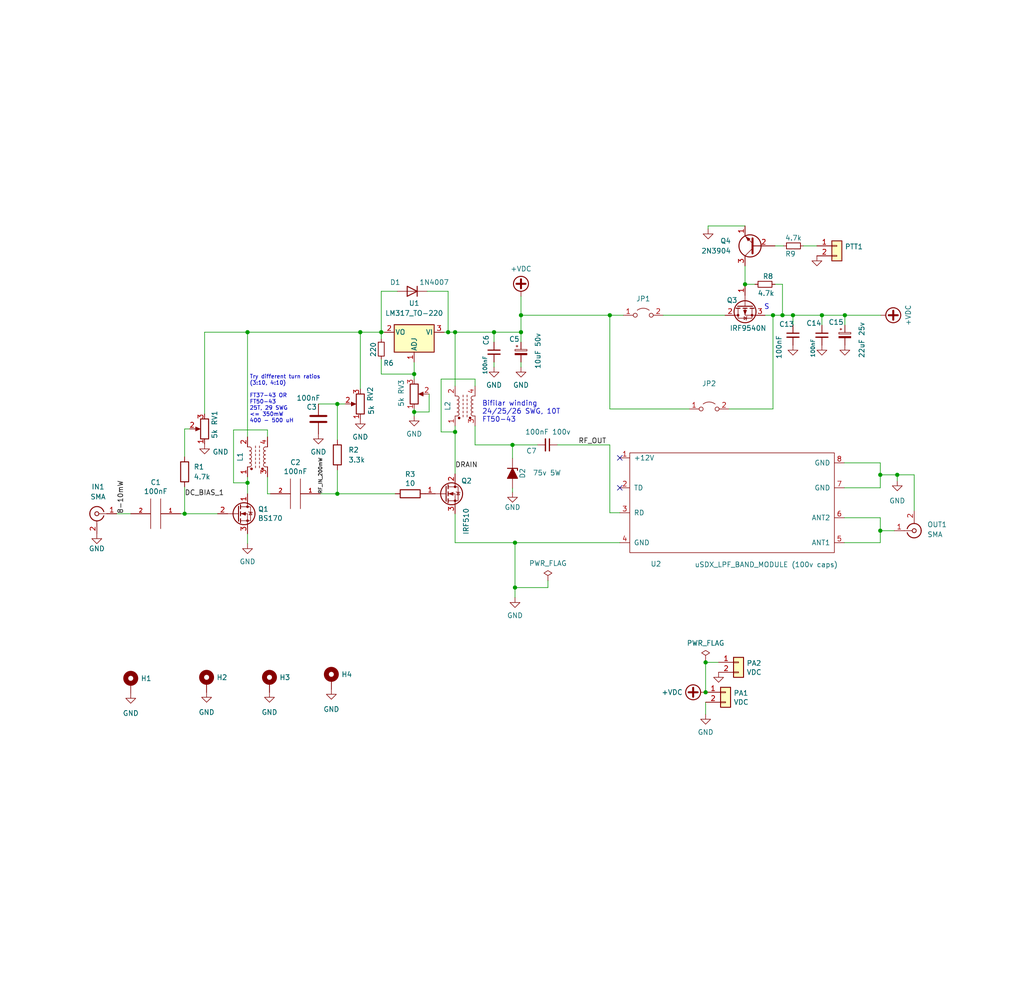
<source format=kicad_sch>
(kicad_sch (version 20211123) (generator eeschema)
  (paper "User" 260.629 250.012)
  (title_block (title "Easy-PA-With-Pluggable-LPF") (date "2022-09-28") (rev "v6.0") (company "Author: Dhiru Kholia (VU3CER)") (comment 1 "Designed for https://github.com/kholia/Easy-Digital-Beacons-v1 project") (comment 2 "Motivation: We need usable power on the 15m band!") (comment 3 "Uses ideas and support from G0UPL (QRP Labs), VU3SXT, VU2ASH, VU2SPF, AC7LX, PY2OHH") (comment 4 "Robust Class-D Single-ended \"5W+\" IRF510 powered HF PA"))
  (lib_symbols
    (symbol "Connector:Conn_Coaxial" (pin_names (offset 1.016) hide)
      (property "Reference" "J" (at 0.254 3.048 0))
      (property "Value" "Conn_Coaxial" (at 2.921 0 90))
      (symbol "Conn_Coaxial_0_1"
        (arc (start -1.778 -0.508) (mid 0.222 -1.808) (end 1.778 0) (stroke (width 0.254)))
        (polyline (pts (xy -2.54 0) (xy -0.508 0)))
        (polyline (pts (xy 0 -2.54) (xy 0 -1.778)))
        (circle (center 0 0) (radius 0.508) (stroke (width 0.2032)))
        (arc (start 1.778 0) (mid 0.222 1.8083) (end -1.778 0.508) (stroke (width 0.254)))
      )
      (symbol "Conn_Coaxial_1_1"
        (pin passive line (at -5.08 0 0) (length 2.54) (name "In") (number "1"))
        (pin passive line (at 0 -5.08 90) (length 2.54) (name "Ext") (number "2"))
      )
    )
    (symbol "Connector_Generic:Conn_01x02" (pin_names (offset 1.016) hide)
      (property "Reference" "J" (at 0 2.54 0))
      (property "Value" "Conn_01x02" (at 0 -5.08 0))
      (symbol "Conn_01x02_1_1"
        (rectangle (start -1.27 -2.413) (end 0 -2.667) (stroke (width 0.1524)))
        (rectangle (start -1.27 0.127) (end 0 -0.127) (stroke (width 0.1524)))
        (rectangle (start -1.27 1.27) (end 1.27 -3.81) (stroke (width 0.254)) (fill (type background)))
        (pin passive line (at -5.08 0 0) (length 3.81) (name "Pin_1") (number "1"))
        (pin passive line (at -5.08 -2.54 0) (length 3.81) (name "Pin_2") (number "2"))
      )
    )
    (symbol "Device:C" (pin_numbers hide) (pin_names (offset 0.254))
      (property "Reference" "C" (at 0.635 2.54 0))
      (property "Value" "C" (at 0.635 -2.54 0))
      (symbol "C_0_1"
        (polyline (pts (xy -2.032 -0.762) (xy 2.032 -0.762)) (stroke (width 0.508)))
        (polyline (pts (xy -2.032 0.762) (xy 2.032 0.762)) (stroke (width 0.508)))
      )
      (symbol "C_1_1"
        (pin passive line (at 0 3.81 270) (length 2.794) (name "~") (number "1"))
        (pin passive line (at 0 -3.81 90) (length 2.794) (name "~") (number "2"))
      )
    )
    (symbol "Device:C_Polarized_Small" (pin_numbers hide) (pin_names (offset 0.254) hide)
      (property "Reference" "C" (at 0.254 1.778 0))
      (property "Value" "C_Polarized_Small" (at 0.254 -2.032 0))
      (symbol "C_Polarized_Small_0_1"
        (rectangle (start -1.524 -0.3048) (end 1.524 -0.6858) (fill (type outline)))
        (rectangle (start -1.524 0.6858) (end 1.524 0.3048))
        (polyline (pts (xy -1.27 1.524) (xy -0.762 1.524)))
        (polyline (pts (xy -1.016 1.27) (xy -1.016 1.778)))
      )
      (symbol "C_Polarized_Small_1_1"
        (pin passive line (at 0 2.54 270) (length 1.8542) (name "~") (number "1"))
        (pin passive line (at 0 -2.54 90) (length 1.8542) (name "~") (number "2"))
      )
    )
    (symbol "Device:C_Small" (pin_numbers hide) (pin_names (offset 0.254) hide)
      (property "Reference" "C" (at 0.254 1.778 0))
      (property "Value" "C_Small" (at 0.254 -2.032 0))
      (symbol "C_Small_0_1"
        (polyline (pts (xy -1.524 -0.508) (xy 1.524 -0.508)) (stroke (width 0.3302)))
        (polyline (pts (xy -1.524 0.508) (xy 1.524 0.508)) (stroke (width 0.3048)))
      )
      (symbol "C_Small_1_1"
        (pin passive line (at 0 2.54 270) (length 2.032) (name "~") (number "1"))
        (pin passive line (at 0 -2.54 90) (length 2.032) (name "~") (number "2"))
      )
    )
    (symbol "Device:D_Zener_Filled" (pin_numbers hide) (pin_names (offset 1.016) hide)
      (property "Reference" "D" (at 0 2.54 0))
      (property "Value" "D_Zener_Filled" (at 0 -2.54 0))
      (symbol "D_Zener_Filled_0_1"
        (polyline (pts (xy 1.27 0) (xy -1.27 0)))
        (polyline (pts (xy -1.27 -1.27) (xy -1.27 1.27) (xy -0.762 1.27)) (stroke (width 0.254)))
        (polyline (pts (xy 1.27 -1.27) (xy 1.27 1.27) (xy -1.27 0) (xy 1.27 -1.27)) (stroke (width 0.254)) (fill (type outline)))
      )
      (symbol "D_Zener_Filled_1_1"
        (pin passive line (at -3.81 0 0) (length 2.54) (name "K") (number "1"))
        (pin passive line (at 3.81 0 180) (length 2.54) (name "A") (number "2"))
      )
    )
    (symbol "Device:L_Ferrite_Coupled" (pin_names (offset 0.254) hide)
      (property "Reference" "L" (at 0 4.445 0))
      (property "Value" "L_Ferrite_Coupled" (at 0 -4.445 0))
      (symbol "L_Ferrite_Coupled_0_1"
        (circle (center -3.048 -1.27) (radius 0.254) (fill (type outline)))
        (circle (center -3.048 1.524) (radius 0.254) (fill (type outline)))
        (arc (start -2.54 2.032) (mid -2.032 1.524) (end -1.524 2.032))
        (arc (start -1.524 -2.032) (mid -2.032 -1.524) (end -2.54 -2.032))
        (arc (start -1.524 2.032) (mid -1.016 1.524) (end -0.508 2.032))
        (arc (start -0.508 -2.032) (mid -1.016 -1.524) (end -1.524 -2.032))
        (arc (start -0.508 2.032) (mid 0 1.524) (end 0.508 2.032))
        (polyline (pts (xy -2.794 -0.508) (xy -2.286 -0.508)))
        (polyline (pts (xy -2.794 0.508) (xy -2.286 0.508)))
        (polyline (pts (xy -2.54 -2.032) (xy -2.54 -2.54)))
        (polyline (pts (xy -2.54 2.032) (xy -2.54 2.54)))
        (polyline (pts (xy -1.778 -0.508) (xy -1.27 -0.508)))
        (polyline (pts (xy -1.778 0.508) (xy -1.27 0.508)))
        (polyline (pts (xy -0.762 -0.508) (xy -0.254 -0.508)))
        (polyline (pts (xy -0.762 0.508) (xy -0.254 0.508)))
        (polyline (pts (xy 0.254 -0.508) (xy 0.762 -0.508)))
        (polyline (pts (xy 0.254 0.508) (xy 0.762 0.508)))
        (polyline (pts (xy 1.27 -0.508) (xy 1.778 -0.508)))
        (polyline (pts (xy 1.27 0.508) (xy 1.778 0.508)))
        (polyline (pts (xy 2.286 -0.508) (xy 2.794 -0.508)))
        (polyline (pts (xy 2.286 0.508) (xy 2.794 0.508)))
        (polyline (pts (xy 2.54 -2.032) (xy 2.54 -2.54)))
        (polyline (pts (xy 2.54 2.54) (xy 2.54 2.032)))
        (arc (start 0.508 -2.032) (mid 0 -1.524) (end -0.508 -2.032))
        (arc (start 0.508 2.032) (mid 1.016 1.524) (end 1.524 2.032))
        (arc (start 1.524 -2.032) (mid 1.016 -1.524) (end 0.508 -2.032))
        (arc (start 1.524 2.032) (mid 2.032 1.524) (end 2.54 2.032))
        (arc (start 2.54 -2.032) (mid 2.032 -1.524) (end 1.524 -2.032))
      )
      (symbol "L_Ferrite_Coupled_1_1"
        (pin passive line (at -5.08 2.54 0) (length 2.54) (name "1") (number "1"))
        (pin passive line (at 5.08 2.54 180) (length 2.54) (name "2") (number "2"))
        (pin passive line (at -5.08 -2.54 0) (length 2.54) (name "3") (number "3"))
        (pin passive line (at 5.08 -2.54 180) (length 2.54) (name "4") (number "4"))
      )
    )
    (symbol "Device:R" (pin_numbers hide) (pin_names (offset 0))
      (property "Reference" "R" (at 2.032 0 90))
      (property "Value" "R" (at 0 0 90))
      (symbol "R_0_1"
        (rectangle (start -1.016 -2.54) (end 1.016 2.54) (stroke (width 0.254)))
      )
      (symbol "R_1_1"
        (pin passive line (at 0 3.81 270) (length 1.27) (name "~") (number "1"))
        (pin passive line (at 0 -3.81 90) (length 1.27) (name "~") (number "2"))
      )
    )
    (symbol "Device:R_Potentiometer" (pin_names (offset 1.016) hide)
      (property "Reference" "RV" (at -4.445 0 90))
      (property "Value" "R_Potentiometer" (at -2.54 0 90))
      (symbol "R_Potentiometer_0_1"
        (polyline (pts (xy 2.54 0) (xy 1.524 0)))
        (polyline (pts (xy 1.143 0) (xy 2.286 0.508) (xy 2.286 -0.508) (xy 1.143 0)) (fill (type outline)))
        (rectangle (start 1.016 2.54) (end -1.016 -2.54) (stroke (width 0.254)))
      )
      (symbol "R_Potentiometer_1_1"
        (pin passive line (at 0 3.81 270) (length 1.27) (name "1") (number "1"))
        (pin passive line (at 3.81 0 180) (length 1.27) (name "2") (number "2"))
        (pin passive line (at 0 -3.81 90) (length 1.27) (name "3") (number "3"))
      )
    )
    (symbol "Device:R_Small" (pin_numbers hide) (pin_names (offset 0.254) hide)
      (property "Reference" "R" (at 0.762 0.508 0))
      (property "Value" "R_Small" (at 0.762 -1.016 0))
      (symbol "R_Small_0_1"
        (rectangle (start -0.762 1.778) (end 0.762 -1.778) (stroke (width 0.2032)))
      )
      (symbol "R_Small_1_1"
        (pin passive line (at 0 2.54 270) (length 0.762) (name "~") (number "1"))
        (pin passive line (at 0 -2.54 90) (length 0.762) (name "~") (number "2"))
      )
    )
    (symbol "Diode:1N4007" (pin_numbers hide) (pin_names (offset 1.016) hide)
      (property "Reference" "D" (at 0 2.54 0))
      (property "Value" "1N4007" (at 0 -2.54 0))
      (symbol "1N4007_0_1"
        (polyline (pts (xy -1.27 1.27) (xy -1.27 -1.27)) (stroke (width 0.254)))
        (polyline (pts (xy 1.27 0) (xy -1.27 0)))
        (polyline (pts (xy 1.27 1.27) (xy 1.27 -1.27) (xy -1.27 0) (xy 1.27 1.27)) (stroke (width 0.254)))
      )
      (symbol "1N4007_1_1"
        (pin passive line (at -3.81 0 0) (length 2.54) (name "K") (number "1"))
        (pin passive line (at 3.81 0 180) (length 2.54) (name "A") (number "2"))
      )
    )
    (symbol "Jumper:Jumper_2_Open" (pin_names (offset 0) hide)
      (property "Reference" "JP" (at 0 2.794 0))
      (property "Value" "Jumper_2_Open" (at 0 -2.286 0))
      (symbol "Jumper_2_Open_0_0"
        (circle (center -2.032 0) (radius 0.508))
        (circle (center 2.032 0) (radius 0.508))
      )
      (symbol "Jumper_2_Open_0_1"
        (arc (start 1.524 1.27) (mid 0 1.778) (end -1.524 1.27))
      )
      (symbol "Jumper_2_Open_1_1"
        (pin passive line (at -5.08 0 0) (length 2.54) (name "A") (number "1"))
        (pin passive line (at 5.08 0 180) (length 2.54) (name "B") (number "2"))
      )
    )
    (symbol "Mechanical:MountingHole_Pad" (pin_numbers hide) (pin_names (offset 1.016) hide)
      (property "Reference" "H" (at 0 6.35 0))
      (property "Value" "MountingHole_Pad" (at 0 4.445 0))
      (symbol "MountingHole_Pad_0_1"
        (circle (center 0 1.27) (radius 1.27) (stroke (width 1.27)))
      )
      (symbol "MountingHole_Pad_1_1"
        (pin input line (at 0 -2.54 90) (length 2.54) (name "1") (number "1"))
      )
    )
    (symbol "Regulator_Linear:LM317_TO-220" (pin_names (offset 0.254))
      (property "Reference" "U" (at -3.81 3.175 0))
      (property "Value" "LM317_TO-220" (at 0 3.175 0))
      (symbol "LM317_TO-220_0_1"
        (rectangle (start -5.08 1.905) (end 5.08 -5.08) (stroke (width 0.254)) (fill (type background)))
      )
      (symbol "LM317_TO-220_1_1"
        (pin input line (at 0 -7.62 90) (length 2.54) (name "ADJ") (number "1"))
        (pin power_out line (at 7.62 0 180) (length 2.54) (name "VO") (number "2"))
        (pin power_in line (at -7.62 0 0) (length 2.54) (name "VI") (number "3"))
      )
    )
    (symbol "Transistor_BJT:2N3904" (pin_names (offset 0) hide)
      (property "Reference" "Q" (at 5.08 1.905 0))
      (property "Value" "2N3904" (at 5.08 0 0))
      (symbol "2N3904_0_1"
        (polyline (pts (xy 0.635 0.635) (xy 2.54 2.54)))
        (polyline (pts (xy 0.635 -0.635) (xy 2.54 -2.54) (xy 2.54 -2.54)))
        (polyline (pts (xy 0.635 1.905) (xy 0.635 -1.905) (xy 0.635 -1.905)) (stroke (width 0.508)))
        (polyline (pts (xy 1.27 -1.778) (xy 1.778 -1.27) (xy 2.286 -2.286) (xy 1.27 -1.778) (xy 1.27 -1.778)) (fill (type outline)))
        (circle (center 1.27 0) (radius 2.8194) (stroke (width 0.254)))
      )
      (symbol "2N3904_1_1"
        (pin passive line (at 2.54 -5.08 90) (length 2.54) (name "E") (number "1"))
        (pin passive line (at -5.08 0 0) (length 5.715) (name "B") (number "2"))
        (pin passive line (at 2.54 5.08 270) (length 2.54) (name "C") (number "3"))
      )
    )
    (symbol "Transistor_FET:BS170" (pin_names hide)
      (property "Reference" "Q" (at 5.08 1.905 0))
      (property "Value" "BS170" (at 5.08 0 0))
      (symbol "BS170_0_1"
        (polyline (pts (xy 0.254 0) (xy -2.54 0)))
        (polyline (pts (xy 0.254 1.905) (xy 0.254 -1.905)) (stroke (width 0.254)))
        (polyline (pts (xy 0.762 -1.27) (xy 0.762 -2.286)) (stroke (width 0.254)))
        (polyline (pts (xy 0.762 0.508) (xy 0.762 -0.508)) (stroke (width 0.254)))
        (polyline (pts (xy 0.762 2.286) (xy 0.762 1.27)) (stroke (width 0.254)))
        (polyline (pts (xy 2.54 2.54) (xy 2.54 1.778)))
        (polyline (pts (xy 2.54 -2.54) (xy 2.54 0) (xy 0.762 0)))
        (polyline (pts (xy 0.762 -1.778) (xy 3.302 -1.778) (xy 3.302 1.778) (xy 0.762 1.778)))
        (polyline (pts (xy 1.016 0) (xy 2.032 0.381) (xy 2.032 -0.381) (xy 1.016 0)) (fill (type outline)))
        (polyline (pts (xy 2.794 0.508) (xy 2.921 0.381) (xy 3.683 0.381) (xy 3.81 0.254)))
        (polyline (pts (xy 3.302 0.381) (xy 2.921 -0.254) (xy 3.683 -0.254) (xy 3.302 0.381)))
        (circle (center 1.651 0) (radius 2.794) (stroke (width 0.254)))
        (circle (center 2.54 -1.778) (radius 0.254) (fill (type outline)))
        (circle (center 2.54 1.778) (radius 0.254) (fill (type outline)))
      )
      (symbol "BS170_1_1"
        (pin passive line (at 2.54 5.08 270) (length 2.54) (name "D") (number "1"))
        (pin input line (at -5.08 0 0) (length 2.54) (name "G") (number "2"))
        (pin passive line (at 2.54 -5.08 90) (length 2.54) (name "S") (number "3"))
      )
    )
    (symbol "Transistor_FET:IRF540N" (pin_names hide)
      (property "Reference" "Q" (at 6.35 1.905 0))
      (property "Value" "IRF540N" (at 6.35 0 0))
      (symbol "IRF540N_0_1"
        (polyline (pts (xy 0.254 0) (xy -2.54 0)))
        (polyline (pts (xy 0.254 1.905) (xy 0.254 -1.905)) (stroke (width 0.254)))
        (polyline (pts (xy 0.762 -1.27) (xy 0.762 -2.286)) (stroke (width 0.254)))
        (polyline (pts (xy 0.762 0.508) (xy 0.762 -0.508)) (stroke (width 0.254)))
        (polyline (pts (xy 0.762 2.286) (xy 0.762 1.27)) (stroke (width 0.254)))
        (polyline (pts (xy 2.54 2.54) (xy 2.54 1.778)))
        (polyline (pts (xy 2.54 -2.54) (xy 2.54 0) (xy 0.762 0)))
        (polyline (pts (xy 0.762 -1.778) (xy 3.302 -1.778) (xy 3.302 1.778) (xy 0.762 1.778)))
        (polyline (pts (xy 1.016 0) (xy 2.032 0.381) (xy 2.032 -0.381) (xy 1.016 0)) (fill (type outline)))
        (polyline (pts (xy 2.794 0.508) (xy 2.921 0.381) (xy 3.683 0.381) (xy 3.81 0.254)))
        (polyline (pts (xy 3.302 0.381) (xy 2.921 -0.254) (xy 3.683 -0.254) (xy 3.302 0.381)))
        (circle (center 1.651 0) (radius 2.794) (stroke (width 0.254)))
        (circle (center 2.54 -1.778) (radius 0.254) (fill (type outline)))
        (circle (center 2.54 1.778) (radius 0.254) (fill (type outline)))
      )
      (symbol "IRF540N_1_1"
        (pin input line (at -5.08 0 0) (length 2.54) (name "G") (number "1"))
        (pin passive line (at 2.54 5.08 270) (length 2.54) (name "D") (number "2"))
        (pin passive line (at 2.54 -5.08 90) (length 2.54) (name "S") (number "3"))
      )
    )
    (symbol "Transistor_FET:IRF9540N" (pin_names hide)
      (property "Reference" "Q" (at 5.08 1.905 0))
      (property "Value" "IRF9540N" (at 5.08 0 0))
      (symbol "IRF9540N_0_1"
        (polyline (pts (xy 0.254 0) (xy -2.54 0)))
        (polyline (pts (xy 0.254 1.905) (xy 0.254 -1.905)) (stroke (width 0.254)))
        (polyline (pts (xy 0.762 -1.27) (xy 0.762 -2.286)) (stroke (width 0.254)))
        (polyline (pts (xy 0.762 0.508) (xy 0.762 -0.508)) (stroke (width 0.254)))
        (polyline (pts (xy 0.762 2.286) (xy 0.762 1.27)) (stroke (width 0.254)))
        (polyline (pts (xy 2.54 2.54) (xy 2.54 1.778)))
        (polyline (pts (xy 2.54 -2.54) (xy 2.54 0) (xy 0.762 0)))
        (polyline (pts (xy 0.762 1.778) (xy 3.302 1.778) (xy 3.302 -1.778) (xy 0.762 -1.778)))
        (polyline (pts (xy 2.286 0) (xy 1.27 0.381) (xy 1.27 -0.381) (xy 2.286 0)) (fill (type outline)))
        (polyline (pts (xy 2.794 -0.508) (xy 2.921 -0.381) (xy 3.683 -0.381) (xy 3.81 -0.254)))
        (polyline (pts (xy 3.302 -0.381) (xy 2.921 0.254) (xy 3.683 0.254) (xy 3.302 -0.381)))
        (circle (center 1.651 0) (radius 2.794) (stroke (width 0.254)))
        (circle (center 2.54 -1.778) (radius 0.254) (fill (type outline)))
        (circle (center 2.54 1.778) (radius 0.254) (fill (type outline)))
      )
      (symbol "IRF9540N_1_1"
        (pin input line (at -5.08 0 0) (length 2.54) (name "G") (number "1"))
        (pin passive line (at 2.54 5.08 270) (length 2.54) (name "D") (number "2"))
        (pin passive line (at 2.54 -5.08 90) (length 2.54) (name "S") (number "3"))
      )
    )
    (symbol "power:+VDC" (power) (pin_names (offset 0))
      (property "Value" "+VDC" (at 0 6.35 0))
      (symbol "+VDC_0_1"
        (polyline (pts (xy -1.143 3.175) (xy 1.143 3.175)) (stroke (width 0.508)))
        (polyline (pts (xy 0 0) (xy 0 1.27)))
        (polyline (pts (xy 0 2.032) (xy 0 4.318)) (stroke (width 0.508)))
        (circle (center 0 3.175) (radius 1.905) (stroke (width 0.254)))
      )
      (symbol "+VDC_1_1"
        (pin power_in line (at 0 0 90) (length 0) hide (name "+VDC") (number "1"))
      )
    )
    (symbol "power:GND" (power) (pin_names (offset 0))
      (property "Value" "GND" (at 0 -3.81 0))
      (symbol "GND_0_1"
        (polyline (pts (xy 0 0) (xy 0 -1.27) (xy 1.27 -1.27) (xy 0 -2.54) (xy -1.27 -1.27) (xy 0 -1.27)))
      )
      (symbol "GND_1_1"
        (pin power_in line (at 0 0 270) (length 0) hide (name "GND") (number "1"))
      )
    )
    (symbol "power:PWR_FLAG" (power) (pin_numbers hide) (pin_names (offset 0) hide)
      (property "Value" "PWR_FLAG" (at 0 3.81 0))
      (symbol "PWR_FLAG_0_0"
        (pin power_out line (at 0 0 90) (length 0) (name "pwr") (number "1"))
      )
      (symbol "PWR_FLAG_0_1"
        (polyline (pts (xy 0 0) (xy 0 1.27) (xy -1.016 1.905) (xy 0 2.54) (xy 1.016 1.905) (xy 0 1.27)))
      )
    )
    (symbol "pspice:CAP" (pin_names (offset 0.254))
      (property "Reference" "C" (at 2.54 3.81 90))
      (property "Value" "CAP" (at 2.54 -3.81 90))
      (symbol "CAP_0_1"
        (polyline (pts (xy -3.81 -1.27) (xy 3.81 -1.27)))
        (polyline (pts (xy -3.81 1.27) (xy 3.81 1.27)))
      )
      (symbol "CAP_1_1"
        (pin passive line (at 0 6.35 270) (length 5.08) (name "~") (number "1"))
        (pin passive line (at 0 -6.35 90) (length 5.08) (name "~") (number "2"))
      )
    )
    (symbol "uSDX LPF BAND Module:uSDX_LPF_BAND_MODULE" (pin_names (offset 1.016))
      (property "Reference" "U" (at 0 5.08 0))
      (property "Value" "uSDX_LPF_BAND_MODULE" (at -1.27 1.27 0))
      (symbol "uSDX_LPF_BAND_MODULE_0_1"
        (polyline (pts (xy -25.4 12.7) (xy 25.4 12.7) (xy 25.4 -12.7) (xy -26.67 -12.7) (xy -26.67 12.7) (xy -25.4 12.7)))
      )
      (symbol "uSDX_LPF_BAND_MODULE_1_1"
        (pin input line (at 27.94 11.43 180) (length 2.54) (name "+12V") (number "1"))
        (pin input line (at 27.94 3.81 180) (length 2.54) (name "TD") (number "2"))
        (pin input line (at 27.94 -2.54 180) (length 2.54) (name "RD") (number "3"))
        (pin input line (at 27.94 -10.16 180) (length 2.54) (name "GND") (number "4"))
        (pin input line (at -29.21 -10.16 0) (length 2.54) (name "ANT1") (number "5"))
        (pin input line (at -29.21 -3.81 0) (length 2.54) (name "ANT2") (number "6"))
        (pin input line (at -29.21 3.81 0) (length 2.54) (name "GND") (number "7"))
        (pin input line (at -29.21 10.16 0) (length 2.54) (name "GND") (number "8"))
      )
    )
  )
  (junction (at 155.194 80.264))
  (junction (at 196.723 80.264))
  (junction (at 131.064 149.606))
  (junction (at 114.046 84.582))
  (junction (at 209.169 80.264))
  (junction (at 131.064 138.176))
  (junction (at 199.136 80.264))
  (junction (at 97.028 84.582))
  (junction (at 179.578 176.276))
  (junction (at 91.694 84.582))
  (junction (at 228.346 120.904))
  (junction (at 130.429 113.284))
  (junction (at 46.99 130.81))
  (junction (at 115.824 84.582))
  (junction (at 115.824 109.982))
  (junction (at 62.992 84.582))
  (junction (at 224.028 120.904))
  (junction (at 132.588 80.264))
  (junction (at 201.803 80.264))
  (junction (at 105.41 95.25))
  (junction (at 132.588 84.582))
  (junction (at 215.011 80.264))
  (junction (at 105.41 104.902))
  (junction (at 62.992 122.936))
  (junction (at 85.852 125.73))
  (junction (at 189.611 72.39))
  (junction (at 224.028 135.128))
  (junction (at 179.578 168.656))
  (junction (at 85.852 102.87))
  (junction (at 125.73 84.582))
  (no_connect (at 157.734 124.206))
  (no_connect (at 157.734 116.586))
  (wire (pts (xy 132.588 75.438) (xy 132.588 80.264)))
  (wire (pts (xy 97.028 84.582) (xy 97.028 86.36)))
  (wire (pts (xy 209.169 80.264) (xy 215.011 80.264)))
  (wire (pts (xy 68.072 121.412) (xy 68.072 125.73)))
  (wire (pts (xy 62.992 84.582) (xy 52.07 84.582)))
  (wire (pts (xy 62.992 122.936) (xy 59.436 122.936)))
  (wire (pts (xy 139.446 147.828) (xy 139.446 149.606)))
  (wire (pts (xy 115.824 109.982) (xy 115.824 108.458)))
  (wire (pts (xy 115.824 138.176) (xy 131.064 138.176)))
  (wire (pts (xy 115.824 109.982) (xy 115.824 120.65)))
  (wire (pts (xy 109.22 104.902) (xy 109.22 100.33)))
  (wire (pts (xy 85.852 102.87) (xy 85.852 112.014)))
  (wire (pts (xy 85.852 125.73) (xy 100.584 125.73)))
  (wire (pts (xy 115.824 138.176) (xy 115.824 130.81)))
  (wire (pts (xy 91.694 84.582) (xy 91.694 99.06)))
  (wire (pts (xy 224.028 138.176) (xy 224.028 135.128)))
  (wire (pts (xy 125.73 87.122) (xy 125.73 84.582)))
  (wire (pts (xy 189.611 72.39) (xy 192.151 72.39)))
  (wire (pts (xy 196.723 80.264) (xy 196.723 104.14)))
  (wire (pts (xy 215.011 80.264) (xy 215.011 82.804)))
  (wire (pts (xy 115.824 109.982) (xy 112.268 109.982)))
  (wire (pts (xy 179.578 168.656) (xy 179.578 176.276)))
  (wire (pts (xy 85.852 119.634) (xy 85.852 125.73)))
  (wire (pts (xy 114.046 74.168) (xy 114.046 84.582)))
  (wire (pts (xy 199.136 80.264) (xy 201.803 80.264)))
  (wire (pts (xy 201.803 82.804) (xy 201.803 80.264)))
  (wire (pts (xy 131.064 138.176) (xy 157.734 138.176)))
  (wire (pts (xy 132.588 84.582) (xy 125.73 84.582)))
  (wire (pts (xy 179.578 168.656) (xy 182.88 168.656)))
  (wire (pts (xy 180.213 58.293) (xy 180.213 57.531)))
  (wire (pts (xy 48.26 109.22) (xy 46.99 109.22)))
  (wire (pts (xy 228.346 120.904) (xy 232.664 120.904)))
  (wire (pts (xy 62.992 84.582) (xy 62.992 111.252)))
  (wire (pts (xy 62.992 125.73) (xy 62.992 122.936)))
  (wire (pts (xy 68.072 109.474) (xy 68.072 111.252)))
  (wire (pts (xy 59.436 122.936) (xy 59.436 109.474)))
  (wire (pts (xy 81.534 125.73) (xy 85.852 125.73)))
  (wire (pts (xy 120.904 108.458) (xy 120.904 113.284)))
  (wire (pts (xy 108.712 74.168) (xy 114.046 74.168)))
  (wire (pts (xy 130.429 113.284) (xy 136.779 113.284)))
  (wire (pts (xy 197.231 62.611) (xy 199.39 62.611)))
  (wire (pts (xy 105.41 104.902) (xy 109.22 104.902)))
  (wire (pts (xy 112.268 96.52) (xy 120.904 96.52)))
  (wire (pts (xy 214.884 124.206) (xy 224.028 124.206)))
  (wire (pts (xy 120.904 96.52) (xy 120.904 98.298)))
  (wire (pts (xy 189.611 72.644) (xy 189.611 72.39)))
  (wire (pts (xy 227.584 135.128) (xy 224.028 135.128)))
  (wire (pts (xy 224.028 135.128) (xy 224.028 131.826)))
  (wire (pts (xy 155.194 80.264) (xy 132.588 80.264)))
  (wire (pts (xy 224.028 117.856) (xy 224.028 120.904)))
  (wire (pts (xy 179.578 168.148) (xy 179.578 168.656)))
  (wire (pts (xy 62.992 84.582) (xy 91.694 84.582)))
  (wire (pts (xy 131.064 138.176) (xy 131.064 149.606)))
  (wire (pts (xy 97.028 84.582) (xy 97.79 84.582)))
  (wire (pts (xy 87.884 102.87) (xy 85.852 102.87)))
  (wire (pts (xy 204.47 62.611) (xy 207.899 62.611)))
  (wire (pts (xy 228.346 122.428) (xy 228.346 120.904)))
  (wire (pts (xy 155.194 104.14) (xy 175.387 104.14)))
  (wire (pts (xy 130.429 113.284) (xy 130.429 116.713)))
  (wire (pts (xy 214.884 117.856) (xy 224.028 117.856)))
  (wire (pts (xy 185.547 104.14) (xy 196.723 104.14)))
  (wire (pts (xy 112.268 109.982) (xy 112.268 96.52)))
  (wire (pts (xy 155.194 80.264) (xy 155.194 104.14)))
  (wire (pts (xy 132.588 84.582) (xy 132.588 87.122)))
  (wire (pts (xy 201.803 80.264) (xy 209.169 80.264)))
  (wire (pts (xy 179.578 181.864) (xy 179.578 178.816)))
  (wire (pts (xy 189.611 67.691) (xy 189.611 72.39)))
  (wire (pts (xy 131.064 149.606) (xy 131.064 152.146)))
  (wire (pts (xy 141.859 113.284) (xy 155.194 113.284)))
  (wire (pts (xy 132.588 92.202) (xy 132.588 93.472)))
  (wire (pts (xy 68.072 125.73) (xy 68.834 125.73)))
  (wire (pts (xy 62.992 121.412) (xy 62.992 122.936)))
  (wire (pts (xy 115.824 84.582) (xy 115.824 98.298)))
  (wire (pts (xy 97.028 74.168) (xy 97.028 84.582)))
  (wire (pts (xy 105.41 92.202) (xy 105.41 95.25)))
  (wire (pts (xy 46.99 123.952) (xy 46.99 130.81)))
  (wire (pts (xy 132.588 80.264) (xy 132.588 84.582)))
  (wire (pts (xy 168.783 80.264) (xy 184.531 80.264)))
  (wire (pts (xy 196.723 80.264) (xy 199.136 80.264)))
  (wire (pts (xy 46.99 109.22) (xy 46.99 116.332)))
  (wire (pts (xy 97.028 74.168) (xy 101.092 74.168)))
  (wire (pts (xy 224.155 80.264) (xy 215.011 80.264)))
  (wire (pts (xy 232.664 120.904) (xy 232.664 130.048)))
  (wire (pts (xy 214.884 138.176) (xy 224.028 138.176)))
  (wire (pts (xy 199.136 72.39) (xy 199.136 80.264)))
  (wire (pts (xy 105.41 95.25) (xy 105.41 96.52)))
  (wire (pts (xy 155.194 113.284) (xy 155.194 130.556)))
  (wire (pts (xy 194.691 80.264) (xy 196.723 80.264)))
  (wire (pts (xy 105.41 105.918) (xy 105.41 104.902)))
  (wire (pts (xy 130.429 125.349) (xy 130.429 124.333)))
  (wire (pts (xy 97.028 91.44) (xy 97.028 95.25)))
  (wire (pts (xy 113.03 84.582) (xy 114.046 84.582)))
  (wire (pts (xy 155.194 80.264) (xy 158.623 80.264)))
  (wire (pts (xy 125.73 92.202) (xy 125.73 93.472)))
  (wire (pts (xy 120.904 113.284) (xy 130.429 113.284)))
  (wire (pts (xy 45.974 130.81) (xy 46.99 130.81)))
  (wire (pts (xy 52.07 84.582) (xy 52.07 105.41)))
  (wire (pts (xy 62.992 135.89) (xy 62.992 138.43)))
  (wire (pts (xy 224.028 120.904) (xy 228.346 120.904)))
  (wire (pts (xy 115.824 84.582) (xy 125.73 84.582)))
  (wire (pts (xy 59.436 109.474) (xy 68.072 109.474)))
  (wire (pts (xy 214.884 131.826) (xy 224.028 131.826)))
  (wire (pts (xy 29.718 130.81) (xy 33.274 130.81)))
  (wire (pts (xy 180.213 57.531) (xy 189.611 57.531)))
  (wire (pts (xy 224.028 120.904) (xy 224.028 124.206)))
  (wire (pts (xy 91.694 84.582) (xy 97.028 84.582)))
  (wire (pts (xy 105.41 104.902) (xy 105.41 104.14)))
  (wire (pts (xy 197.231 72.39) (xy 199.136 72.39)))
  (wire (pts (xy 114.046 84.582) (xy 115.824 84.582)))
  (wire (pts (xy 209.169 80.264) (xy 209.169 82.804)))
  (wire (pts (xy 85.852 102.87) (xy 81.026 102.87)))
  (wire (pts (xy 139.446 149.606) (xy 131.064 149.606)))
  (wire (pts (xy 46.99 130.81) (xy 55.372 130.81)))
  (wire (pts (xy 155.194 130.556) (xy 157.734 130.556)))
  (wire (pts (xy 97.028 95.25) (xy 105.41 95.25)))
  (text "Bifilar winding\n24/25/26 SWG, 10T\nFT50-43" (at 122.682 107.696 0) (effects (font (size 1.27 1.27)) (justify left bottom)))
  (text "Try different turn ratios \n(3:10, 4:10)\n\nFT37-43 OR\nFT50-43\n25T, 29 SWG\n<= 350mW\n400 - 500 uH" (at 63.5 107.823 0) (effects (font (size 0.9906 0.9906)) (justify left bottom)))
  (text "S" (at 194.437 78.994 0) (effects (font (size 1.27 1.27)) (justify left bottom)))
  (label "8-10mW" (at 31.75 130.81 90))
  (label "DC_BIAS_1" (at 46.99 126.492 0))
  (label "DRAIN" (at 115.824 119.38 0))
  (label "RF_IN_200mW" (at 82.296 125.73 90) (effects (font (size 0.889 0.889))))
  (label "RF_OUT" (at 147.193 113.284 0))
  (symbol (lib_id "Device:C_Polarized_Small") (at 132.588 89.662 0) (unit 1)
    (property "Reference" "C5" (at 129.54 86.36 0) (effects (justify left)))
    (property "Value" "10uF 50v" (at 136.906 93.98 90) (effects (justify left)))
    (property "Footprint" "Capacitor_SMD:C_1206_3216Metric_Pad1.33x1.80mm_HandSolder" (effects hide))
  )
  (symbol (lib_id "Device:C_Small") (at 139.319 113.284 270) (unit 1)
    (property "Reference" "C7" (at 135.255 114.808 90))
    (property "Value" "100nF 100v" (at 139.446 109.982 90))
    (property "Footprint" "Capacitor_SMD:C_1206_3216Metric_Pad1.33x1.80mm_HandSolder" (effects hide))
  )
  (symbol (lib_id "pspice:CAP") (at 75.184 125.73 270) (unit 1)
    (property "Reference" "C2" (at 75.184 117.729 90))
    (property "Value" "100nF" (at 75.184 120.0404 90))
    (property "Footprint" "Capacitor_SMD:C_1206_3216Metric_Pad1.33x1.80mm_HandSolder" (effects hide))
  )
  (symbol (lib_id "uSDX LPF BAND Module:uSDX_LPF_BAND_MODULE") (at 185.674 128.016 0) (mirror y) (unit 1)
    (property "Reference" "U2" (at 166.9288 143.5862 0))
    (property "Value" "uSDX_LPF_BAND_MODULE (100v caps)" (at 195.0212 143.764 0))
    (property "Footprint" "footprints:uSDX_LPF_Band_Module" (effects hide))
  )
  (symbol (lib_id "Device:R_Potentiometer") (at 91.694 102.87 180) (unit 1)
    (property "Reference" "RV2" (at 94.234 100.33 90))
    (property "Value" "5k" (at 94.488 104.394 90))
    (property "Footprint" "Potentiometer_THT:Potentiometer_Runtron_RM-065_Vertical" (effects hide))
  )
  (symbol (lib_id "Connector_Generic:Conn_01x02") (at 184.658 176.276 0) (unit 1)
    (property "Reference" "PA1" (at 186.69 176.4792 0) (effects (justify left)))
    (property "Value" "VDC" (at 186.69 178.7906 0) (effects (justify left)))
    (property "Footprint" "Connector_PinHeader_2.54mm:PinHeader_1x02_P2.54mm_Vertical" (effects hide))
  )
  (symbol (lib_id "power:+VDC") (at 179.578 176.276 90) (unit 1)
    (property "Reference" "#PWR0110" (effects hide))
    (property "Value" "+VDC" (at 173.7614 176.276 90) (effects (justify left)))
  )
  (symbol (lib_id "Device:R") (at 104.394 125.73 270) (unit 1)
    (property "Reference" "R3" (at 104.394 120.7516 90))
    (property "Value" "10" (at 104.394 123.063 90))
    (property "Footprint" "Resistor_SMD:R_1206_3216Metric_Pad1.30x1.75mm_HandSolder" (effects hide))
  )
  (symbol (lib_id "power:+VDC") (at 132.588 75.438 0) (unit 1)
    (property "Reference" "#PWR0112" (effects hide))
    (property "Value" "+VDC" (at 132.588 68.453 0))
  )
  (symbol (lib_id "power:PWR_FLAG") (at 179.578 168.148 0) (unit 1)
    (property "Reference" "#FLG0103" (effects hide))
    (property "Value" "PWR_FLAG" (at 179.578 163.7538 0))
  )
  (symbol (lib_id "power:GND") (at 24.638 135.89 0) (unit 1)
    (property "Reference" "#PWR0106" (effects hide))
    (property "Value" "GND" (at 24.638 139.7 0))
  )
  (symbol (lib_id "Transistor_FET:BS170") (at 60.452 130.81 0) (unit 1)
    (property "Reference" "Q1" (at 65.6336 129.6416 0) (effects (justify left)))
    (property "Value" "BS170" (at 65.6336 131.953 0) (effects (justify left)))
    (property "Footprint" "Connector_PinSocket_2.54mm:PinSocket_1x03_P2.54mm_Vertical" (effects hide))
    (property "Datasheet" "https://www.onsemi.com/pub/Collateral/BS170-D.PDF" (effects hide))
  )
  (symbol (lib_id "pspice:CAP") (at 39.624 130.81 270) (unit 1)
    (property "Reference" "C1" (at 39.624 122.809 90))
    (property "Value" "100nF" (at 39.624 125.1204 90))
    (property "Footprint" "Capacitor_SMD:C_1206_3216Metric_Pad1.33x1.80mm_HandSolder" (effects hide))
  )
  (symbol (lib_id "Device:L_Ferrite_Coupled") (at 118.364 103.378 90) (unit 1)
    (property "Reference" "L2" (at 113.919 103.378 0))
    (property "Value" "L_Ferrite_Coupled" (effects hide))
    (property "Footprint" "footprints:FT50-43 Transformer" (effects hide))
  )
  (symbol (lib_id "Device:R_Potentiometer") (at 52.07 109.22 180) (unit 1)
    (property "Reference" "RV1" (at 54.61 106.426 90))
    (property "Value" "5k" (at 54.61 110.49 90))
    (property "Footprint" "Potentiometer_THT:Potentiometer_Runtron_RM-065_Vertical" (effects hide))
  )
  (symbol (lib_id "Diode:1N4007") (at 104.902 74.168 180) (unit 1)
    (property "Reference" "D1" (at 100.584 71.882 0))
    (property "Value" "1N4007" (at 110.49 71.882 0))
    (property "Footprint" "Diode_THT:D_DO-41_SOD81_P2.54mm_Vertical_KathodeUp" (effects hide))
    (property "Datasheet" "http://www.vishay.com/docs/88503/1n4001.pdf" (effects hide))
  )
  (symbol (lib_id "Device:C_Small") (at 125.73 89.662 0) (unit 1)
    (property "Reference" "C6" (at 123.698 86.614 90))
    (property "Value" "100nF" (at 123.444 92.964 90) (effects (font (size 0.9906 0.9906))))
    (property "Footprint" "Capacitor_SMD:C_1206_3216Metric_Pad1.33x1.80mm_HandSolder" (effects hide))
  )
  (symbol (lib_id "power:PWR_FLAG") (at 139.446 147.828 0) (unit 1)
    (property "Reference" "#FLG0104" (effects hide))
    (property "Value" "PWR_FLAG" (at 139.446 143.4338 0))
  )
  (symbol (lib_id "Device:D_Zener_Filled") (at 130.429 120.523 270) (unit 1)
    (property "Reference" "D2" (at 132.969 120.523 0))
    (property "Value" "75v 5W" (at 139.192 120.396 90))
    (property "Footprint" "Diode_THT:D_DO-201_P5.08mm_Vertical_AnodeUp" (effects hide))
  )
  (symbol (lib_id "power:GND") (at 130.429 125.349 0) (unit 1)
    (property "Reference" "#PWR0102" (effects hide))
    (property "Value" "GND" (at 130.429 129.159 0))
  )
  (symbol (lib_id "power:+VDC") (at 224.155 80.264 270) (unit 1)
    (property "Reference" "#PWR014" (effects hide))
    (property "Value" "+VDC" (at 231.14 80.264 0))
  )
  (symbol (lib_id "power:GND") (at 201.803 87.884 0) (unit 1)
    (property "Reference" "#PWR010" (effects hide))
    (property "Value" "GND" (effects hide))
  )
  (symbol (lib_id "Device:C_Small") (at 201.803 85.344 0) (unit 1)
    (property "Reference" "C13" (at 198.247 82.55 0) (effects (justify left)))
    (property "Value" "100nF" (at 198.247 91.44 90) (effects (justify left)))
    (property "Footprint" "Capacitor_SMD:C_1206_3216Metric_Pad1.33x1.80mm_HandSolder" (effects hide))
  )
  (symbol (lib_id "Device:C_Polarized_Small") (at 215.011 85.344 0) (unit 1)
    (property "Reference" "C15" (at 210.82 82.042 0) (effects (justify left)))
    (property "Value" "22uF 25v" (at 219.329 91.186 90) (effects (justify left)))
    (property "Footprint" "Capacitor_THT:CP_Radial_D5.0mm_P2.50mm" (effects hide))
  )
  (symbol (lib_id "Device:C_Small") (at 209.169 85.344 0) (unit 1)
    (property "Reference" "C14" (at 207.137 82.296 0))
    (property "Value" "100nF" (at 206.883 88.646 90) (effects (font (size 0.9906 0.9906))))
    (property "Footprint" "Capacitor_SMD:C_1206_3216Metric_Pad1.33x1.80mm_HandSolder" (effects hide))
  )
  (symbol (lib_id "power:GND") (at 105.41 105.918 0) (unit 1)
    (property "Reference" "#PWR0117" (effects hide))
    (property "Value" "GND" (at 105.41 110.49 0))
  )
  (symbol (lib_id "power:GND") (at 62.992 138.43 0) (unit 1)
    (property "Reference" "#PWR0114" (effects hide))
    (property "Value" "GND" (at 62.992 143.002 0))
  )
  (symbol (lib_id "Connector:Conn_Coaxial") (at 232.664 135.128 0) (mirror x) (unit 1)
    (property "Reference" "OUT1" (at 235.966 133.5647 0) (effects (justify left)))
    (property "Value" "SMA" (at 235.966 136.1047 0) (effects (justify left)))
    (property "Footprint" "Connector_Coaxial:SMA_Amphenol_901-144_Vertical" (effects hide))
    (property "Datasheet" " ~" (effects hide))
  )
  (symbol (lib_id "power:GND") (at 132.588 93.472 0) (unit 1)
    (property "Reference" "#PWR0103" (effects hide))
    (property "Value" "GND" (at 132.588 98.044 0))
  )
  (symbol (lib_id "Connector_Generic:Conn_01x02") (at 212.979 62.611 0) (unit 1)
    (property "Reference" "PTT1" (at 215.011 62.8142 0) (effects (justify left)))
    (property "Value" "PTT" (effects hide))
    (property "Footprint" "Connector_PinHeader_2.54mm:PinHeader_1x02_P2.54mm_Vertical" (effects hide))
  )
  (symbol (lib_id "Mechanical:MountingHole_Pad") (at 33.274 173.99 0) (unit 1)
    (property "Reference" "H1" (at 35.814 172.7454 0) (effects (justify left)))
    (property "Value" "MountingHole_Pad" (effects hide))
    (property "Footprint" "MountingHole:MountingHole_3.2mm_M3_ISO7380_Pad" (effects hide))
  )
  (symbol (lib_id "Connector_Generic:Conn_01x02") (at 187.96 168.656 0) (unit 1)
    (property "Reference" "PA2" (at 189.992 168.8592 0) (effects (justify left)))
    (property "Value" "VDC" (at 189.992 171.1706 0) (effects (justify left)))
    (property "Footprint" "Connector_PinHeader_2.54mm:PinHeader_1x02_P2.54mm_Vertical" (effects hide))
  )
  (symbol (lib_id "Jumper:Jumper_2_Open") (at 163.703 80.264 0) (unit 1)
    (property "Reference" "JP1" (at 163.703 76.073 0))
    (property "Value" "Jumper_2_Open" (effects hide))
    (property "Footprint" "Connector_PinHeader_2.54mm:PinHeader_1x02_P2.54mm_Vertical" (effects hide))
  )
  (symbol (lib_id "Device:R_Small") (at 201.93 62.611 90) (unit 1)
    (property "Reference" "R9" (at 201.168 64.643 90))
    (property "Value" "4.7k" (at 201.93 60.579 90))
    (property "Footprint" "Resistor_SMD:R_1206_3216Metric_Pad1.30x1.75mm_HandSolder" (effects hide))
  )
  (symbol (lib_id "Mechanical:MountingHole_Pad") (at 52.578 173.736 0) (unit 1)
    (property "Reference" "H2" (at 55.118 172.4914 0) (effects (justify left)))
    (property "Value" "MountingHole_Pad" (effects hide))
    (property "Footprint" "MountingHole:MountingHole_3.2mm_M3_ISO7380_Pad" (effects hide))
  )
  (symbol (lib_id "power:GND") (at 228.346 122.428 0) (unit 1)
    (property "Reference" "#PWR0104" (effects hide))
    (property "Value" "GND" (at 228.346 127.508 0))
  )
  (symbol (lib_id "Connector:Conn_Coaxial") (at 24.638 130.81 0) (mirror y) (unit 1)
    (property "Reference" "IN1" (at 24.9554 123.952 0))
    (property "Value" "SMA" (at 24.9554 126.492 0))
    (property "Footprint" "Connector_Coaxial:SMA_Amphenol_901-144_Vertical" (effects hide))
    (property "Datasheet" " ~" (effects hide))
  )
  (symbol (lib_id "power:GND") (at 215.011 87.884 0) (unit 1)
    (property "Reference" "#PWR013" (effects hide))
    (property "Value" "GND" (effects hide))
  )
  (symbol (lib_id "Transistor_BJT:2N3904") (at 192.151 62.611 180) (unit 1)
    (property "Reference" "Q4" (at 186.055 61.3409 0) (effects (justify left)))
    (property "Value" "2N3904" (at 186.055 63.8809 0) (effects (justify left)))
    (property "Footprint" "Connector_PinSocket_2.54mm:PinSocket_1x03_P2.54mm_Vertical" (effects hide))
    (property "Datasheet" "https://www.onsemi.com/pub/Collateral/2N3903-D.PDF" (effects hide))
  )
  (symbol (lib_id "power:GND") (at 33.274 176.53 0) (unit 1)
    (property "Reference" "#PWR01" (effects hide))
    (property "Value" "GND" (at 33.274 181.61 0))
  )
  (symbol (lib_id "Device:R_Small") (at 97.028 88.9 0) (unit 1)
    (property "Reference" "R6" (at 97.536 92.456 0) (effects (justify left)))
    (property "Value" "220" (at 94.996 90.932 90) (effects (justify left)))
    (property "Footprint" "Resistor_SMD:R_1206_3216Metric_Pad1.30x1.75mm_HandSolder" (effects hide))
  )
  (symbol (lib_id "Device:L_Ferrite_Coupled") (at 65.532 116.332 90) (unit 1)
    (property "Reference" "L1" (at 61.087 116.332 0))
    (property "Value" "L_Ferrite_Coupled" (effects hide))
    (property "Footprint" "footprints:FT50-43 Transformer" (effects hide))
  )
  (symbol (lib_id "Device:R") (at 46.99 120.142 0) (unit 1)
    (property "Reference" "R1" (at 49.276 118.8719 0) (effects (justify left)))
    (property "Value" "4.7k" (at 49.276 121.4119 0) (effects (justify left)))
    (property "Footprint" "Resistor_SMD:R_1206_3216Metric_Pad1.30x1.75mm_HandSolder" (effects hide))
  )
  (symbol (lib_id "power:GND") (at 52.07 113.03 0) (unit 1)
    (property "Reference" "#PWR0101" (effects hide))
    (property "Value" "GND" (at 56.134 115.062 0))
  )
  (symbol (lib_id "Device:C") (at 81.026 106.68 0) (unit 1)
    (property "Reference" "C3" (at 77.978 103.632 0) (effects (justify left)))
    (property "Value" "100nF" (at 75.438 101.346 0) (effects (justify left)))
    (property "Footprint" "Capacitor_SMD:C_1206_3216Metric_Pad1.33x1.80mm_HandSolder" (effects hide))
  )
  (symbol (lib_id "power:GND") (at 84.328 175.514 0) (unit 1)
    (property "Reference" "#PWR04" (effects hide))
    (property "Value" "GND" (at 84.328 180.594 0))
  )
  (symbol (lib_id "Device:R_Potentiometer") (at 105.41 100.33 0) (mirror x) (unit 1)
    (property "Reference" "RV3" (at 102.108 98.552 90))
    (property "Value" "5k" (at 102.108 102.362 90))
    (property "Footprint" "Potentiometer_THT:Potentiometer_Runtron_RM-065_Vertical" (effects hide))
  )
  (symbol (lib_id "Transistor_FET:IRF9540N") (at 189.611 77.724 90) (mirror x) (unit 1)
    (property "Reference" "Q3" (at 186.309 76.454 90))
    (property "Value" "IRF9540N" (at 190.373 83.566 90))
    (property "Footprint" "Package_TO_SOT_THT:TO-220-3_Vertical" (effects hide))
    (property "Datasheet" "http://www.irf.com/product-info/datasheets/data/irf9540n.pdf" (effects hide))
  )
  (symbol (lib_id "Device:R_Small") (at 194.691 72.39 90) (unit 1)
    (property "Reference" "R8" (at 195.453 70.358 90))
    (property "Value" "4.7k" (at 194.945 74.676 90))
    (property "Footprint" "Resistor_SMD:R_1206_3216Metric_Pad1.30x1.75mm_HandSolder" (effects hide))
  )
  (symbol (lib_id "power:GND") (at 182.88 171.196 0) (unit 1)
    (property "Reference" "#PWR0107" (effects hide))
    (property "Value" "GND" (effects hide))
  )
  (symbol (lib_id "power:GND") (at 68.58 176.276 0) (unit 1)
    (property "Reference" "#PWR03" (effects hide))
    (property "Value" "GND" (at 68.58 181.356 0))
  )
  (symbol (lib_id "Jumper:Jumper_2_Open") (at 180.467 104.14 0) (unit 1)
    (property "Reference" "JP2" (at 180.467 97.663 0))
    (property "Value" "Jumper_2_Open" (effects hide))
    (property "Footprint" "Connector_PinHeader_2.54mm:PinHeader_1x02_P2.54mm_Vertical" (effects hide))
  )
  (symbol (lib_id "Mechanical:MountingHole_Pad") (at 84.328 172.974 0) (unit 1)
    (property "Reference" "H4" (at 86.868 171.7294 0) (effects (justify left)))
    (property "Value" "MountingHole_Pad" (effects hide))
    (property "Footprint" "MountingHole:MountingHole_3.2mm_M3_ISO7380_Pad" (effects hide))
  )
  (symbol (lib_id "Mechanical:MountingHole_Pad") (at 68.58 173.736 0) (unit 1)
    (property "Reference" "H3" (at 71.12 172.4914 0) (effects (justify left)))
    (property "Value" "MountingHole_Pad" (effects hide))
    (property "Footprint" "MountingHole:MountingHole_3.2mm_M3_ISO7380_Pad" (effects hide))
  )
  (symbol (lib_id "power:GND") (at 91.694 106.68 0) (unit 1)
    (property "Reference" "#PWR0113" (effects hide))
    (property "Value" "GND" (at 91.694 111.252 0))
  )
  (symbol (lib_id "power:GND") (at 131.064 152.146 0) (unit 1)
    (property "Reference" "#PWR0116" (effects hide))
    (property "Value" "GND" (at 131.064 156.718 0))
  )
  (symbol (lib_id "power:GND") (at 179.578 181.864 0) (unit 1)
    (property "Reference" "#PWR0109" (effects hide))
    (property "Value" "GND" (at 179.578 186.436 0))
  )
  (symbol (lib_id "power:GND") (at 81.026 110.49 0) (unit 1)
    (property "Reference" "#PWR0111" (effects hide))
    (property "Value" "GND" (at 81.026 115.062 0))
  )
  (symbol (lib_id "power:GND") (at 209.169 87.884 0) (unit 1)
    (property "Reference" "#PWR012" (effects hide))
    (property "Value" "GND" (effects hide))
  )
  (symbol (lib_id "power:GND") (at 125.73 93.472 0) (unit 1)
    (property "Reference" "#PWR0105" (effects hide))
    (property "Value" "GND" (at 125.73 98.044 0))
  )
  (symbol (lib_id "Regulator_Linear:LM317_TO-220") (at 105.41 84.582 0) (mirror y) (unit 1)
    (property "Reference" "U1" (at 105.41 77.216 0))
    (property "Value" "LM317_TO-220" (at 105.41 79.756 0))
    (property "Footprint" "Package_TO_SOT_THT:TO-220-3_Vertical" (effects hide))
    (property "Datasheet" "http://www.ti.com/lit/ds/symlink/lm317.pdf" (effects hide))
  )
  (symbol (lib_id "Transistor_FET:IRF540N") (at 113.284 125.73 0) (unit 1)
    (property "Reference" "Q2" (at 117.348 122.428 0) (effects (justify left)))
    (property "Value" "IRF510" (at 118.618 136.144 90) (effects (justify left)))
    (property "Footprint" "Package_TO_SOT_THT:TO-220-3_Vertical" (effects hide))
    (property "Datasheet" "http://www.irf.com/product-info/datasheets/data/irf540n.pdf" (effects hide))
  )
  (symbol (lib_id "power:GND") (at 207.899 65.151 0) (unit 1)
    (property "Reference" "#PWR011" (effects hide))
    (property "Value" "GND" (effects hide))
  )
  (symbol (lib_id "power:GND") (at 52.578 176.276 0) (unit 1)
    (property "Reference" "#PWR02" (effects hide))
    (property "Value" "GND" (at 52.578 181.356 0))
  )
  (symbol (lib_id "power:GND") (at 180.213 58.293 0) (unit 1)
    (property "Reference" "#PWR09" (effects hide))
    (property "Value" "GND" (effects hide))
  )
  (symbol (lib_id "Device:R") (at 85.852 115.824 0) (unit 1)
    (property "Reference" "R2" (at 88.646 114.5539 0) (effects (justify left)))
    (property "Value" "3.3k" (at 88.646 117.0939 0) (effects (justify left)))
    (property "Footprint" "Resistor_SMD:R_1206_3216Metric_Pad1.30x1.75mm_HandSolder" (effects hide))
  )
)
</source>
